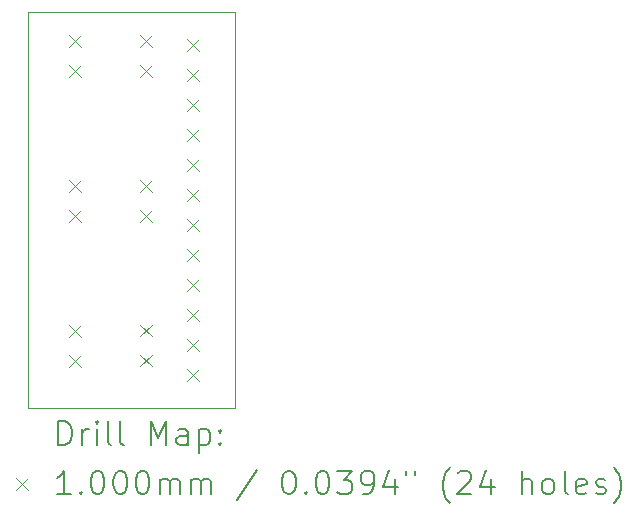
<source format=gbr>
%TF.GenerationSoftware,KiCad,Pcbnew,8.0.4-8.0.4-0~ubuntu24.04.1*%
%TF.CreationDate,2024-09-08T15:52:32+09:00*%
%TF.ProjectId,Battery_joint,42617474-6572-4795-9f6a-6f696e742e6b,rev?*%
%TF.SameCoordinates,Original*%
%TF.FileFunction,Drillmap*%
%TF.FilePolarity,Positive*%
%FSLAX45Y45*%
G04 Gerber Fmt 4.5, Leading zero omitted, Abs format (unit mm)*
G04 Created by KiCad (PCBNEW 8.0.4-8.0.4-0~ubuntu24.04.1) date 2024-09-08 15:52:32*
%MOMM*%
%LPD*%
G01*
G04 APERTURE LIST*
%ADD10C,0.050000*%
%ADD11C,0.200000*%
%ADD12C,0.100000*%
G04 APERTURE END LIST*
D10*
X13425000Y-9200000D02*
X15175000Y-9200000D01*
X15175000Y-12550000D01*
X13425000Y-12550000D01*
X13425000Y-9200000D01*
D11*
D12*
X13775000Y-9397500D02*
X13875000Y-9497500D01*
X13875000Y-9397500D02*
X13775000Y-9497500D01*
X13775000Y-9651500D02*
X13875000Y-9751500D01*
X13875000Y-9651500D02*
X13775000Y-9751500D01*
X13775000Y-10622500D02*
X13875000Y-10722500D01*
X13875000Y-10622500D02*
X13775000Y-10722500D01*
X13775000Y-10876500D02*
X13875000Y-10976500D01*
X13875000Y-10876500D02*
X13775000Y-10976500D01*
X13775000Y-11847500D02*
X13875000Y-11947500D01*
X13875000Y-11847500D02*
X13775000Y-11947500D01*
X13775000Y-12101500D02*
X13875000Y-12201500D01*
X13875000Y-12101500D02*
X13775000Y-12201500D01*
X14375000Y-9397500D02*
X14475000Y-9497500D01*
X14475000Y-9397500D02*
X14375000Y-9497500D01*
X14375000Y-9651500D02*
X14475000Y-9751500D01*
X14475000Y-9651500D02*
X14375000Y-9751500D01*
X14375000Y-10622500D02*
X14475000Y-10722500D01*
X14475000Y-10622500D02*
X14375000Y-10722500D01*
X14375000Y-10876500D02*
X14475000Y-10976500D01*
X14475000Y-10876500D02*
X14375000Y-10976500D01*
X14375000Y-11846000D02*
X14475000Y-11946000D01*
X14475000Y-11846000D02*
X14375000Y-11946000D01*
X14375000Y-12100000D02*
X14475000Y-12200000D01*
X14475000Y-12100000D02*
X14375000Y-12200000D01*
X14775000Y-9425000D02*
X14875000Y-9525000D01*
X14875000Y-9425000D02*
X14775000Y-9525000D01*
X14775000Y-9679000D02*
X14875000Y-9779000D01*
X14875000Y-9679000D02*
X14775000Y-9779000D01*
X14775000Y-9933000D02*
X14875000Y-10033000D01*
X14875000Y-9933000D02*
X14775000Y-10033000D01*
X14775000Y-10187000D02*
X14875000Y-10287000D01*
X14875000Y-10187000D02*
X14775000Y-10287000D01*
X14775000Y-10441000D02*
X14875000Y-10541000D01*
X14875000Y-10441000D02*
X14775000Y-10541000D01*
X14775000Y-10695000D02*
X14875000Y-10795000D01*
X14875000Y-10695000D02*
X14775000Y-10795000D01*
X14775000Y-10949000D02*
X14875000Y-11049000D01*
X14875000Y-10949000D02*
X14775000Y-11049000D01*
X14775000Y-11203000D02*
X14875000Y-11303000D01*
X14875000Y-11203000D02*
X14775000Y-11303000D01*
X14775000Y-11457000D02*
X14875000Y-11557000D01*
X14875000Y-11457000D02*
X14775000Y-11557000D01*
X14775000Y-11711000D02*
X14875000Y-11811000D01*
X14875000Y-11711000D02*
X14775000Y-11811000D01*
X14775000Y-11965000D02*
X14875000Y-12065000D01*
X14875000Y-11965000D02*
X14775000Y-12065000D01*
X14775000Y-12219000D02*
X14875000Y-12319000D01*
X14875000Y-12219000D02*
X14775000Y-12319000D01*
D11*
X13683277Y-12863984D02*
X13683277Y-12663984D01*
X13683277Y-12663984D02*
X13730896Y-12663984D01*
X13730896Y-12663984D02*
X13759467Y-12673508D01*
X13759467Y-12673508D02*
X13778515Y-12692555D01*
X13778515Y-12692555D02*
X13788039Y-12711603D01*
X13788039Y-12711603D02*
X13797562Y-12749698D01*
X13797562Y-12749698D02*
X13797562Y-12778269D01*
X13797562Y-12778269D02*
X13788039Y-12816365D01*
X13788039Y-12816365D02*
X13778515Y-12835412D01*
X13778515Y-12835412D02*
X13759467Y-12854460D01*
X13759467Y-12854460D02*
X13730896Y-12863984D01*
X13730896Y-12863984D02*
X13683277Y-12863984D01*
X13883277Y-12863984D02*
X13883277Y-12730650D01*
X13883277Y-12768746D02*
X13892801Y-12749698D01*
X13892801Y-12749698D02*
X13902324Y-12740174D01*
X13902324Y-12740174D02*
X13921372Y-12730650D01*
X13921372Y-12730650D02*
X13940420Y-12730650D01*
X14007086Y-12863984D02*
X14007086Y-12730650D01*
X14007086Y-12663984D02*
X13997562Y-12673508D01*
X13997562Y-12673508D02*
X14007086Y-12683031D01*
X14007086Y-12683031D02*
X14016610Y-12673508D01*
X14016610Y-12673508D02*
X14007086Y-12663984D01*
X14007086Y-12663984D02*
X14007086Y-12683031D01*
X14130896Y-12863984D02*
X14111848Y-12854460D01*
X14111848Y-12854460D02*
X14102324Y-12835412D01*
X14102324Y-12835412D02*
X14102324Y-12663984D01*
X14235658Y-12863984D02*
X14216610Y-12854460D01*
X14216610Y-12854460D02*
X14207086Y-12835412D01*
X14207086Y-12835412D02*
X14207086Y-12663984D01*
X14464229Y-12863984D02*
X14464229Y-12663984D01*
X14464229Y-12663984D02*
X14530896Y-12806841D01*
X14530896Y-12806841D02*
X14597562Y-12663984D01*
X14597562Y-12663984D02*
X14597562Y-12863984D01*
X14778515Y-12863984D02*
X14778515Y-12759222D01*
X14778515Y-12759222D02*
X14768991Y-12740174D01*
X14768991Y-12740174D02*
X14749943Y-12730650D01*
X14749943Y-12730650D02*
X14711848Y-12730650D01*
X14711848Y-12730650D02*
X14692801Y-12740174D01*
X14778515Y-12854460D02*
X14759467Y-12863984D01*
X14759467Y-12863984D02*
X14711848Y-12863984D01*
X14711848Y-12863984D02*
X14692801Y-12854460D01*
X14692801Y-12854460D02*
X14683277Y-12835412D01*
X14683277Y-12835412D02*
X14683277Y-12816365D01*
X14683277Y-12816365D02*
X14692801Y-12797317D01*
X14692801Y-12797317D02*
X14711848Y-12787793D01*
X14711848Y-12787793D02*
X14759467Y-12787793D01*
X14759467Y-12787793D02*
X14778515Y-12778269D01*
X14873753Y-12730650D02*
X14873753Y-12930650D01*
X14873753Y-12740174D02*
X14892801Y-12730650D01*
X14892801Y-12730650D02*
X14930896Y-12730650D01*
X14930896Y-12730650D02*
X14949943Y-12740174D01*
X14949943Y-12740174D02*
X14959467Y-12749698D01*
X14959467Y-12749698D02*
X14968991Y-12768746D01*
X14968991Y-12768746D02*
X14968991Y-12825888D01*
X14968991Y-12825888D02*
X14959467Y-12844936D01*
X14959467Y-12844936D02*
X14949943Y-12854460D01*
X14949943Y-12854460D02*
X14930896Y-12863984D01*
X14930896Y-12863984D02*
X14892801Y-12863984D01*
X14892801Y-12863984D02*
X14873753Y-12854460D01*
X15054705Y-12844936D02*
X15064229Y-12854460D01*
X15064229Y-12854460D02*
X15054705Y-12863984D01*
X15054705Y-12863984D02*
X15045182Y-12854460D01*
X15045182Y-12854460D02*
X15054705Y-12844936D01*
X15054705Y-12844936D02*
X15054705Y-12863984D01*
X15054705Y-12740174D02*
X15064229Y-12749698D01*
X15064229Y-12749698D02*
X15054705Y-12759222D01*
X15054705Y-12759222D02*
X15045182Y-12749698D01*
X15045182Y-12749698D02*
X15054705Y-12740174D01*
X15054705Y-12740174D02*
X15054705Y-12759222D01*
D12*
X13322500Y-13142500D02*
X13422500Y-13242500D01*
X13422500Y-13142500D02*
X13322500Y-13242500D01*
D11*
X13788039Y-13283984D02*
X13673753Y-13283984D01*
X13730896Y-13283984D02*
X13730896Y-13083984D01*
X13730896Y-13083984D02*
X13711848Y-13112555D01*
X13711848Y-13112555D02*
X13692801Y-13131603D01*
X13692801Y-13131603D02*
X13673753Y-13141127D01*
X13873753Y-13264936D02*
X13883277Y-13274460D01*
X13883277Y-13274460D02*
X13873753Y-13283984D01*
X13873753Y-13283984D02*
X13864229Y-13274460D01*
X13864229Y-13274460D02*
X13873753Y-13264936D01*
X13873753Y-13264936D02*
X13873753Y-13283984D01*
X14007086Y-13083984D02*
X14026134Y-13083984D01*
X14026134Y-13083984D02*
X14045182Y-13093508D01*
X14045182Y-13093508D02*
X14054705Y-13103031D01*
X14054705Y-13103031D02*
X14064229Y-13122079D01*
X14064229Y-13122079D02*
X14073753Y-13160174D01*
X14073753Y-13160174D02*
X14073753Y-13207793D01*
X14073753Y-13207793D02*
X14064229Y-13245888D01*
X14064229Y-13245888D02*
X14054705Y-13264936D01*
X14054705Y-13264936D02*
X14045182Y-13274460D01*
X14045182Y-13274460D02*
X14026134Y-13283984D01*
X14026134Y-13283984D02*
X14007086Y-13283984D01*
X14007086Y-13283984D02*
X13988039Y-13274460D01*
X13988039Y-13274460D02*
X13978515Y-13264936D01*
X13978515Y-13264936D02*
X13968991Y-13245888D01*
X13968991Y-13245888D02*
X13959467Y-13207793D01*
X13959467Y-13207793D02*
X13959467Y-13160174D01*
X13959467Y-13160174D02*
X13968991Y-13122079D01*
X13968991Y-13122079D02*
X13978515Y-13103031D01*
X13978515Y-13103031D02*
X13988039Y-13093508D01*
X13988039Y-13093508D02*
X14007086Y-13083984D01*
X14197562Y-13083984D02*
X14216610Y-13083984D01*
X14216610Y-13083984D02*
X14235658Y-13093508D01*
X14235658Y-13093508D02*
X14245182Y-13103031D01*
X14245182Y-13103031D02*
X14254705Y-13122079D01*
X14254705Y-13122079D02*
X14264229Y-13160174D01*
X14264229Y-13160174D02*
X14264229Y-13207793D01*
X14264229Y-13207793D02*
X14254705Y-13245888D01*
X14254705Y-13245888D02*
X14245182Y-13264936D01*
X14245182Y-13264936D02*
X14235658Y-13274460D01*
X14235658Y-13274460D02*
X14216610Y-13283984D01*
X14216610Y-13283984D02*
X14197562Y-13283984D01*
X14197562Y-13283984D02*
X14178515Y-13274460D01*
X14178515Y-13274460D02*
X14168991Y-13264936D01*
X14168991Y-13264936D02*
X14159467Y-13245888D01*
X14159467Y-13245888D02*
X14149943Y-13207793D01*
X14149943Y-13207793D02*
X14149943Y-13160174D01*
X14149943Y-13160174D02*
X14159467Y-13122079D01*
X14159467Y-13122079D02*
X14168991Y-13103031D01*
X14168991Y-13103031D02*
X14178515Y-13093508D01*
X14178515Y-13093508D02*
X14197562Y-13083984D01*
X14388039Y-13083984D02*
X14407086Y-13083984D01*
X14407086Y-13083984D02*
X14426134Y-13093508D01*
X14426134Y-13093508D02*
X14435658Y-13103031D01*
X14435658Y-13103031D02*
X14445182Y-13122079D01*
X14445182Y-13122079D02*
X14454705Y-13160174D01*
X14454705Y-13160174D02*
X14454705Y-13207793D01*
X14454705Y-13207793D02*
X14445182Y-13245888D01*
X14445182Y-13245888D02*
X14435658Y-13264936D01*
X14435658Y-13264936D02*
X14426134Y-13274460D01*
X14426134Y-13274460D02*
X14407086Y-13283984D01*
X14407086Y-13283984D02*
X14388039Y-13283984D01*
X14388039Y-13283984D02*
X14368991Y-13274460D01*
X14368991Y-13274460D02*
X14359467Y-13264936D01*
X14359467Y-13264936D02*
X14349943Y-13245888D01*
X14349943Y-13245888D02*
X14340420Y-13207793D01*
X14340420Y-13207793D02*
X14340420Y-13160174D01*
X14340420Y-13160174D02*
X14349943Y-13122079D01*
X14349943Y-13122079D02*
X14359467Y-13103031D01*
X14359467Y-13103031D02*
X14368991Y-13093508D01*
X14368991Y-13093508D02*
X14388039Y-13083984D01*
X14540420Y-13283984D02*
X14540420Y-13150650D01*
X14540420Y-13169698D02*
X14549943Y-13160174D01*
X14549943Y-13160174D02*
X14568991Y-13150650D01*
X14568991Y-13150650D02*
X14597563Y-13150650D01*
X14597563Y-13150650D02*
X14616610Y-13160174D01*
X14616610Y-13160174D02*
X14626134Y-13179222D01*
X14626134Y-13179222D02*
X14626134Y-13283984D01*
X14626134Y-13179222D02*
X14635658Y-13160174D01*
X14635658Y-13160174D02*
X14654705Y-13150650D01*
X14654705Y-13150650D02*
X14683277Y-13150650D01*
X14683277Y-13150650D02*
X14702324Y-13160174D01*
X14702324Y-13160174D02*
X14711848Y-13179222D01*
X14711848Y-13179222D02*
X14711848Y-13283984D01*
X14807086Y-13283984D02*
X14807086Y-13150650D01*
X14807086Y-13169698D02*
X14816610Y-13160174D01*
X14816610Y-13160174D02*
X14835658Y-13150650D01*
X14835658Y-13150650D02*
X14864229Y-13150650D01*
X14864229Y-13150650D02*
X14883277Y-13160174D01*
X14883277Y-13160174D02*
X14892801Y-13179222D01*
X14892801Y-13179222D02*
X14892801Y-13283984D01*
X14892801Y-13179222D02*
X14902324Y-13160174D01*
X14902324Y-13160174D02*
X14921372Y-13150650D01*
X14921372Y-13150650D02*
X14949943Y-13150650D01*
X14949943Y-13150650D02*
X14968991Y-13160174D01*
X14968991Y-13160174D02*
X14978515Y-13179222D01*
X14978515Y-13179222D02*
X14978515Y-13283984D01*
X15368991Y-13074460D02*
X15197563Y-13331603D01*
X15626134Y-13083984D02*
X15645182Y-13083984D01*
X15645182Y-13083984D02*
X15664229Y-13093508D01*
X15664229Y-13093508D02*
X15673753Y-13103031D01*
X15673753Y-13103031D02*
X15683277Y-13122079D01*
X15683277Y-13122079D02*
X15692801Y-13160174D01*
X15692801Y-13160174D02*
X15692801Y-13207793D01*
X15692801Y-13207793D02*
X15683277Y-13245888D01*
X15683277Y-13245888D02*
X15673753Y-13264936D01*
X15673753Y-13264936D02*
X15664229Y-13274460D01*
X15664229Y-13274460D02*
X15645182Y-13283984D01*
X15645182Y-13283984D02*
X15626134Y-13283984D01*
X15626134Y-13283984D02*
X15607086Y-13274460D01*
X15607086Y-13274460D02*
X15597563Y-13264936D01*
X15597563Y-13264936D02*
X15588039Y-13245888D01*
X15588039Y-13245888D02*
X15578515Y-13207793D01*
X15578515Y-13207793D02*
X15578515Y-13160174D01*
X15578515Y-13160174D02*
X15588039Y-13122079D01*
X15588039Y-13122079D02*
X15597563Y-13103031D01*
X15597563Y-13103031D02*
X15607086Y-13093508D01*
X15607086Y-13093508D02*
X15626134Y-13083984D01*
X15778515Y-13264936D02*
X15788039Y-13274460D01*
X15788039Y-13274460D02*
X15778515Y-13283984D01*
X15778515Y-13283984D02*
X15768991Y-13274460D01*
X15768991Y-13274460D02*
X15778515Y-13264936D01*
X15778515Y-13264936D02*
X15778515Y-13283984D01*
X15911848Y-13083984D02*
X15930896Y-13083984D01*
X15930896Y-13083984D02*
X15949944Y-13093508D01*
X15949944Y-13093508D02*
X15959467Y-13103031D01*
X15959467Y-13103031D02*
X15968991Y-13122079D01*
X15968991Y-13122079D02*
X15978515Y-13160174D01*
X15978515Y-13160174D02*
X15978515Y-13207793D01*
X15978515Y-13207793D02*
X15968991Y-13245888D01*
X15968991Y-13245888D02*
X15959467Y-13264936D01*
X15959467Y-13264936D02*
X15949944Y-13274460D01*
X15949944Y-13274460D02*
X15930896Y-13283984D01*
X15930896Y-13283984D02*
X15911848Y-13283984D01*
X15911848Y-13283984D02*
X15892801Y-13274460D01*
X15892801Y-13274460D02*
X15883277Y-13264936D01*
X15883277Y-13264936D02*
X15873753Y-13245888D01*
X15873753Y-13245888D02*
X15864229Y-13207793D01*
X15864229Y-13207793D02*
X15864229Y-13160174D01*
X15864229Y-13160174D02*
X15873753Y-13122079D01*
X15873753Y-13122079D02*
X15883277Y-13103031D01*
X15883277Y-13103031D02*
X15892801Y-13093508D01*
X15892801Y-13093508D02*
X15911848Y-13083984D01*
X16045182Y-13083984D02*
X16168991Y-13083984D01*
X16168991Y-13083984D02*
X16102325Y-13160174D01*
X16102325Y-13160174D02*
X16130896Y-13160174D01*
X16130896Y-13160174D02*
X16149944Y-13169698D01*
X16149944Y-13169698D02*
X16159467Y-13179222D01*
X16159467Y-13179222D02*
X16168991Y-13198269D01*
X16168991Y-13198269D02*
X16168991Y-13245888D01*
X16168991Y-13245888D02*
X16159467Y-13264936D01*
X16159467Y-13264936D02*
X16149944Y-13274460D01*
X16149944Y-13274460D02*
X16130896Y-13283984D01*
X16130896Y-13283984D02*
X16073753Y-13283984D01*
X16073753Y-13283984D02*
X16054706Y-13274460D01*
X16054706Y-13274460D02*
X16045182Y-13264936D01*
X16264229Y-13283984D02*
X16302325Y-13283984D01*
X16302325Y-13283984D02*
X16321372Y-13274460D01*
X16321372Y-13274460D02*
X16330896Y-13264936D01*
X16330896Y-13264936D02*
X16349944Y-13236365D01*
X16349944Y-13236365D02*
X16359467Y-13198269D01*
X16359467Y-13198269D02*
X16359467Y-13122079D01*
X16359467Y-13122079D02*
X16349944Y-13103031D01*
X16349944Y-13103031D02*
X16340420Y-13093508D01*
X16340420Y-13093508D02*
X16321372Y-13083984D01*
X16321372Y-13083984D02*
X16283277Y-13083984D01*
X16283277Y-13083984D02*
X16264229Y-13093508D01*
X16264229Y-13093508D02*
X16254706Y-13103031D01*
X16254706Y-13103031D02*
X16245182Y-13122079D01*
X16245182Y-13122079D02*
X16245182Y-13169698D01*
X16245182Y-13169698D02*
X16254706Y-13188746D01*
X16254706Y-13188746D02*
X16264229Y-13198269D01*
X16264229Y-13198269D02*
X16283277Y-13207793D01*
X16283277Y-13207793D02*
X16321372Y-13207793D01*
X16321372Y-13207793D02*
X16340420Y-13198269D01*
X16340420Y-13198269D02*
X16349944Y-13188746D01*
X16349944Y-13188746D02*
X16359467Y-13169698D01*
X16530896Y-13150650D02*
X16530896Y-13283984D01*
X16483277Y-13074460D02*
X16435658Y-13217317D01*
X16435658Y-13217317D02*
X16559467Y-13217317D01*
X16626134Y-13083984D02*
X16626134Y-13122079D01*
X16702325Y-13083984D02*
X16702325Y-13122079D01*
X16997563Y-13360174D02*
X16988039Y-13350650D01*
X16988039Y-13350650D02*
X16968991Y-13322079D01*
X16968991Y-13322079D02*
X16959468Y-13303031D01*
X16959468Y-13303031D02*
X16949944Y-13274460D01*
X16949944Y-13274460D02*
X16940420Y-13226841D01*
X16940420Y-13226841D02*
X16940420Y-13188746D01*
X16940420Y-13188746D02*
X16949944Y-13141127D01*
X16949944Y-13141127D02*
X16959468Y-13112555D01*
X16959468Y-13112555D02*
X16968991Y-13093508D01*
X16968991Y-13093508D02*
X16988039Y-13064936D01*
X16988039Y-13064936D02*
X16997563Y-13055412D01*
X17064230Y-13103031D02*
X17073753Y-13093508D01*
X17073753Y-13093508D02*
X17092801Y-13083984D01*
X17092801Y-13083984D02*
X17140420Y-13083984D01*
X17140420Y-13083984D02*
X17159468Y-13093508D01*
X17159468Y-13093508D02*
X17168991Y-13103031D01*
X17168991Y-13103031D02*
X17178515Y-13122079D01*
X17178515Y-13122079D02*
X17178515Y-13141127D01*
X17178515Y-13141127D02*
X17168991Y-13169698D01*
X17168991Y-13169698D02*
X17054706Y-13283984D01*
X17054706Y-13283984D02*
X17178515Y-13283984D01*
X17349944Y-13150650D02*
X17349944Y-13283984D01*
X17302325Y-13074460D02*
X17254706Y-13217317D01*
X17254706Y-13217317D02*
X17378515Y-13217317D01*
X17607087Y-13283984D02*
X17607087Y-13083984D01*
X17692801Y-13283984D02*
X17692801Y-13179222D01*
X17692801Y-13179222D02*
X17683277Y-13160174D01*
X17683277Y-13160174D02*
X17664230Y-13150650D01*
X17664230Y-13150650D02*
X17635658Y-13150650D01*
X17635658Y-13150650D02*
X17616611Y-13160174D01*
X17616611Y-13160174D02*
X17607087Y-13169698D01*
X17816611Y-13283984D02*
X17797563Y-13274460D01*
X17797563Y-13274460D02*
X17788039Y-13264936D01*
X17788039Y-13264936D02*
X17778515Y-13245888D01*
X17778515Y-13245888D02*
X17778515Y-13188746D01*
X17778515Y-13188746D02*
X17788039Y-13169698D01*
X17788039Y-13169698D02*
X17797563Y-13160174D01*
X17797563Y-13160174D02*
X17816611Y-13150650D01*
X17816611Y-13150650D02*
X17845182Y-13150650D01*
X17845182Y-13150650D02*
X17864230Y-13160174D01*
X17864230Y-13160174D02*
X17873753Y-13169698D01*
X17873753Y-13169698D02*
X17883277Y-13188746D01*
X17883277Y-13188746D02*
X17883277Y-13245888D01*
X17883277Y-13245888D02*
X17873753Y-13264936D01*
X17873753Y-13264936D02*
X17864230Y-13274460D01*
X17864230Y-13274460D02*
X17845182Y-13283984D01*
X17845182Y-13283984D02*
X17816611Y-13283984D01*
X17997563Y-13283984D02*
X17978515Y-13274460D01*
X17978515Y-13274460D02*
X17968992Y-13255412D01*
X17968992Y-13255412D02*
X17968992Y-13083984D01*
X18149944Y-13274460D02*
X18130896Y-13283984D01*
X18130896Y-13283984D02*
X18092801Y-13283984D01*
X18092801Y-13283984D02*
X18073753Y-13274460D01*
X18073753Y-13274460D02*
X18064230Y-13255412D01*
X18064230Y-13255412D02*
X18064230Y-13179222D01*
X18064230Y-13179222D02*
X18073753Y-13160174D01*
X18073753Y-13160174D02*
X18092801Y-13150650D01*
X18092801Y-13150650D02*
X18130896Y-13150650D01*
X18130896Y-13150650D02*
X18149944Y-13160174D01*
X18149944Y-13160174D02*
X18159468Y-13179222D01*
X18159468Y-13179222D02*
X18159468Y-13198269D01*
X18159468Y-13198269D02*
X18064230Y-13217317D01*
X18235658Y-13274460D02*
X18254706Y-13283984D01*
X18254706Y-13283984D02*
X18292801Y-13283984D01*
X18292801Y-13283984D02*
X18311849Y-13274460D01*
X18311849Y-13274460D02*
X18321373Y-13255412D01*
X18321373Y-13255412D02*
X18321373Y-13245888D01*
X18321373Y-13245888D02*
X18311849Y-13226841D01*
X18311849Y-13226841D02*
X18292801Y-13217317D01*
X18292801Y-13217317D02*
X18264230Y-13217317D01*
X18264230Y-13217317D02*
X18245182Y-13207793D01*
X18245182Y-13207793D02*
X18235658Y-13188746D01*
X18235658Y-13188746D02*
X18235658Y-13179222D01*
X18235658Y-13179222D02*
X18245182Y-13160174D01*
X18245182Y-13160174D02*
X18264230Y-13150650D01*
X18264230Y-13150650D02*
X18292801Y-13150650D01*
X18292801Y-13150650D02*
X18311849Y-13160174D01*
X18388039Y-13360174D02*
X18397563Y-13350650D01*
X18397563Y-13350650D02*
X18416611Y-13322079D01*
X18416611Y-13322079D02*
X18426134Y-13303031D01*
X18426134Y-13303031D02*
X18435658Y-13274460D01*
X18435658Y-13274460D02*
X18445182Y-13226841D01*
X18445182Y-13226841D02*
X18445182Y-13188746D01*
X18445182Y-13188746D02*
X18435658Y-13141127D01*
X18435658Y-13141127D02*
X18426134Y-13112555D01*
X18426134Y-13112555D02*
X18416611Y-13093508D01*
X18416611Y-13093508D02*
X18397563Y-13064936D01*
X18397563Y-13064936D02*
X18388039Y-13055412D01*
M02*

</source>
